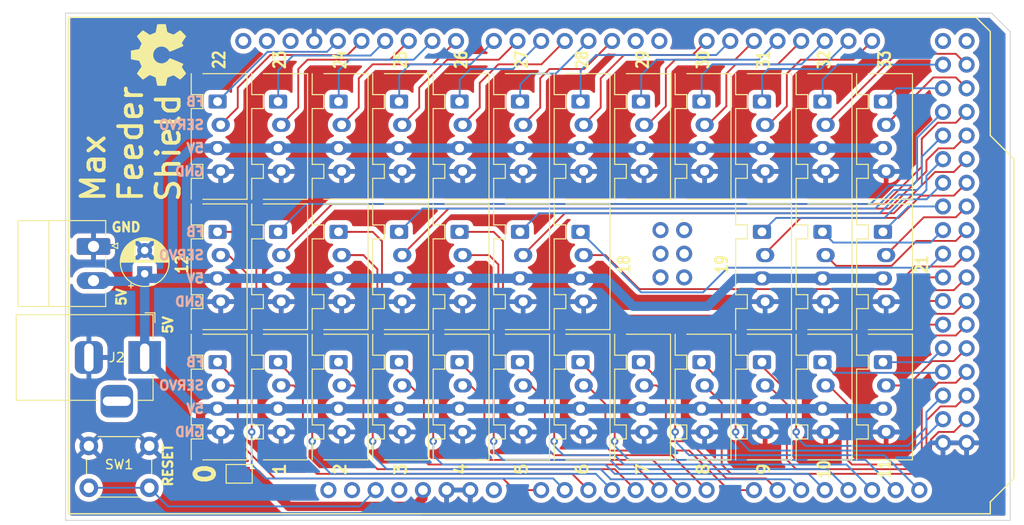
<source format=kicad_pcb>
(kicad_pcb (version 20221018) (generator pcbnew)
  (layers (0 "F.Cu" signal) (31 "B.Cu" signal) (34 "B.Paste" user) (35 "F.Paste" user) (36 "B.SilkS" user "B.Silkscreen") (37 "F.SilkS" user "F.Silkscreen") (38 "B.Mask" user) (39 "F.Mask" user) (44 "Edge.Cuts" user))
  (net 0 "")
  (net 1 "F0")
  (net 2 "S0")
  (net 3 "+5V")
  (net 4 "GND")
  (net 6 "RESET")
  (net 17 "VCC")
  (net 18 "F1")
  (net 19 "S1")
  (net 20 "F2")
  (net 21 "S2")
  (net 22 "F3")
  (net 23 "S3")
  (net 24 "F4")
  (net 25 "S4")
  (net 26 "F5")
  (net 27 "S5")
  (net 28 "F6")
  (net 29 "S6")
  (net 30 "F7")
  (net 31 "S7")
  (net 32 "F8")
  (net 33 "S8")
  (net 34 "F9")
  (net 35 "S9")
  (net 36 "F10")
  (net 37 "S10")
  (net 38 "F11")
  (net 39 "S11")
  (net 40 "F12")
  (net 41 "S12")
  (net 42 "F24")
  (net 43 "S24")
  (net 44 "F13")
  (net 45 "S13")
  (net 46 "F25")
  (net 47 "S25")
  (net 48 "F14")
  (net 49 "S14")
  (net 50 "F26")
  (net 51 "S26")
  (net 52 "F16")
  (net 53 "S16")
  (net 54 "F28")
  (net 55 "S28")
  (net 56 "F17")
  (net 57 "S17")
  (net 58 "F29")
  (net 59 "S29")
  (net 60 "F18")
  (net 61 "S18")
  (net 62 "F30")
  (net 63 "S30")
  (net 64 "F19")
  (net 65 "S19")
  (net 66 "F31")
  (net 67 "S31")
  (net 68 "F20")
  (net 69 "S20")
  (net 70 "F32")
  (net 71 "S32")
  (net 72 "F21")
  (net 73 "S21")
  (net 74 "F33")
  (net 75 "S33")
  (net 76 "F22")
  (net 77 "S22")
  (net 78 "F34")
  (net 79 "S34")
  (net 80 "F23")
  (net 81 "S23")
  (net 88 "S15")
  (net 89 "F15")
  (footprint "JST:JST_EH_B4B-EH-A_1x04_P2.50mm_Vertical_LOCKING" (layer "F.Cu") (at 148 78.5 -90)
    (fp_text reference "J34" hide)
    (fp_text value "Conn_01x04_Male")
  )
  (footprint "JST:JST_EH_B4B-EH-A_1x04_P2.50mm_Vertical_LOCKING" (layer "F.Cu") (at 128.5 50.5 -90)
    (fp_text reference "J8" hide)
    (fp_text value "Conn_01x04_Male")
  )
  (footprint "JST:JST_EH_B4B-EH-A_1x04_P2.50mm_Vertical_LOCKING" (layer "F.Cu") (at 89.5 78.5 -90)
    (fp_text reference "J25" hide)
    (fp_text value "Conn_01x04_Male")
  )
  (footprint "Connector_BarrelJack:BarrelJack_Horizontal" (layer "F.Cu") (at 81.5 78)
    (fp_text reference "J2")
    (fp_text value "Barrel_Jack_Switch")
  )
  (footprint "JST:JST_EH_B4B-EH-A_1x04_P2.50mm_Vertical_LOCKING" (layer "F.Cu") (at 109 78.5 -90)
    (fp_text reference "J28" hide)
    (fp_text value "Conn_01x04_Male")
  )
  (footprint "JST:JST_EH_B4B-EH-A_1x04_P2.50mm_Vertical_LOCKING" (layer "F.Cu") (at 154.5 78.5 -90)
    (fp_text reference "J35" hide)
    (fp_text value "Conn_01x04_Male")
  )
  (footprint "JST:JST_EH_B4B-EH-A_1x04_P2.50mm_Vertical_LOCKING" (layer "F.Cu") (at 96 50.5 -90)
    (fp_text reference "J3" hide)
    (fp_text value "Conn_01x04_Male")
  )
  (footprint "JST:JST_EH_B4B-EH-A_1x04_P2.50mm_Vertical_LOCKING" (layer "F.Cu") (at 89.5 50.5 -90)
    (fp_text reference "J1" hide)
    (fp_text value "Conn_01x04_Male")
  )
  (footprint "JST:JST_EH_B4B-EH-A_1x04_P2.50mm_Vertical_LOCKING" (layer "F.Cu") (at 96 78.5 -90)
    (fp_text reference "J26" hide)
    (fp_text value "Conn_01x04_Male")
  )
  (footprint "JST:JST_EH_B4B-EH-A_1x04_P2.50mm_Vertical_LOCKING" (layer "F.Cu") (at 128.5 64.5 -90)
    (fp_text reference "J20" hide)
    (fp_text value "Conn_01x04_Male")
  )
  (footprint "JST:JST_EH_B4B-EH-A_1x04_P2.50mm_Vertical_LOCKING" (layer "F.Cu") (at 148 50.5 -90)
    (fp_text reference "J11" hide)
    (fp_text value "Conn_01x04_Male")
  )
  (footprint "JST:JST_EH_B4B-EH-A_1x04_P2.50mm_Vertical_LOCKING" (layer "F.Cu") (at 161 50.5 -90)
    (fp_text reference "J13" hide)
    (fp_text value "Conn_01x04_Male")
  )
  (footprint "JST:JST_EH_B4B-EH-A_1x04_P2.50mm_Vertical_LOCKING" (layer "F.Cu") (at 135 78.5 -90)
    (fp_text reference "J32" hide)
    (fp_text value "Conn_01x04_Male")
  )
  (footprint "JST:JST_EH_B4B-EH-A_1x04_P2.50mm_Vertical_LOCKING" (layer "F.Cu") (at 115.5 78.5 -90)
    (fp_text reference "J29" hide)
    (fp_text value "Conn_01x04_Male")
  )
  (footprint "JST:JST_EH_B4B-EH-A_1x04_P2.50mm_Vertical_LOCKING" (layer "F.Cu") (at 122 64.5 -90)
    (fp_text reference "J19" hide)
    (fp_text value "Conn_01x04_Male")
  )
  (footprint "Button_Switch_THT:SW_PUSH_6mm" (layer "F.Cu") (at 82 92 180)
    (fp_text reference "SW1")
    (fp_text value "SW_Push_Dual")
  )
  (footprint "Symbol:OSHW-Symbol_6.7x6mm_SilkScreen" (layer "F.Cu") (at 83 45.5 90)
    (fp_text reference "REF**" hide)
    (fp_text value "OSHW-Symbol_6.7x6mm_SilkScreen" hide)
  )
  (footprint "JST:JST_EH_B4B-EH-A_1x04_P2.50mm_Vertical_LOCKING" (layer "F.Cu") (at 141.5 78.5 -90)
    (fp_text reference "J33" hide)
    (fp_text value "Conn_01x04_Male")
  )
  (footprint "JST:JST_EH_B4B-EH-A_1x04_P2.50mm_Vertical_LOCKING" (layer "F.Cu") (at 148 64.5 -90)
    (fp_text reference "J22" hide)
    (fp_text value "Conn_01x04_Male")
  )
  (footprint "JST:JST_EH_B4B-EH-A_1x04_P2.50mm_Vertical_LOCKING" (layer "F.Cu") (at 115.5 64.5 -90)
    (fp_text reference "J18" hide)
    (fp_text value "Conn_01x04_Male")
  )
  (footprint "JST:JST_EH_B4B-EH-A_1x04_P2.50mm_Vertical_LOCKING" (layer "F.Cu") (at 135 50.5 -90)
    (fp_text reference "J9" hide)
    (fp_text value "Conn_01x04_Male")
  )
  (footprint "JST:JST_EH_B4B-EH-A_1x04_P2.50mm_Vertical_LOCKING" (layer "F.Cu") (at 154.5 64.5 -90)
    (fp_text reference "J23" hide)
    (fp_text value "Conn_01x04_Male")
  )
  (footprint "JST:JST_EH_B4B-EH-A_1x04_P2.50mm_Vertical_LOCKING" (layer "F.Cu") (at 128.5 78.5 -90)
    (fp_text reference "J31" hide)
    (fp_text value "Conn_01x04_Male")
  )
  (footprint "Connector_Phoenix_MC:PhoenixContact_MC_1,5_2-G-3.81_1x02_P3.81mm_Horizontal" (layer "F.Cu") (at 76 66 -90)
    (fp_text reference "J37" hide)
    (fp_text value "Screw_Terminal_01x02")
  )
  (footprint "JST:JST_EH_B4B-EH-A_1x04_P2.50mm_Vertical_LOCKING" (layer "F.Cu") (at 161 78.5 -90)
    (fp_text reference "J36" hide)
    (fp_text value "Conn_01x04_Male")
  )
  (footprint "JST:JST_EH_B4B-EH-A_1x04_P2.50mm_Vertical_LOCKING" (layer "F.Cu") (at 115.5 50.5 -90)
    (fp_text reference "J6" hide)
    (fp_text value "Conn_01x04_Male")
  )
  (footprint "Arduino2:Arduino_Mega2560_Shield_NO_HOLES" (layer "F.Cu") (at 73.3 94.79)
    (fp_text reference "XA1" hide)
    (fp_text value "Arduino_Mega2560_Shield")
  )
  (footprint "JST:JST_EH_B4B-EH-A_1x04_P2.50mm_Vertical_LOCKING" (layer "F.Cu") (at 109 64.5 -90)
    (fp_text reference "J17" hide)
    (fp_text value "Conn_01x04_Male")
  )
  (footprint "JST:JST_EH_B4B-EH-A_1x04_P2.50mm_Vertical_LOCKING" (layer "F.Cu") (at 154.5 50.5 -90)
    (fp_text reference "J12" hide)
    (fp_text value "Conn_01x04_Male")
  )
  (footprint "JST:JST_EH_B4B-EH-A_1x04_P2.50mm_Vertical_LOCKING" (layer "F.Cu") (at 102.5 50.5 -90)
    (fp_text reference "J4" hide)
    (fp_text value "Conn_01x04_Male")
  )
  (footprint "JST:JST_EH_B4B-EH-A_1x04_P2.50mm_Vertical_LOCKING" (layer "F.Cu") (at 102.5 64.5 -90)
    (fp_text reference "J16" hide)
    (fp_text value "Conn_01x04_Male")
  )
  (footprint "JST:JST_EH_B4B-EH-A_1x04_P2.50mm_Vertical_LOCKING" (layer "F.Cu") (at 102.5 78.5 -90)
    (fp_text reference "J27" hide)
    (fp_text value "Conn_01x04_Male")
  )
  (footprint "JST:JST_EH_B4B-EH-A_1x04_P2.50mm_Vertical_LOCKING" (layer "F.Cu") (at 161 64.5 -90)
    (fp_text reference "J24" hide)
    (fp_text value "Conn_01x04_Male")
  )
  (footprint "JST:JST_EH_B4B-EH-A_1x04_P2.50mm_Vertical_LOCKING" (layer "F.Cu") (at 141.5 50.5 -90)
    (fp_text reference "J10" hide)
    (fp_text value "Conn_01x04_Male")
  )
  (footprint "JST:JST_EH_B4B-EH-A_1x04_P2.50mm_Vertical_LOCKING" (layer "F.Cu") (at 122 50.5 -90)
    (fp_text reference "J7" hide)
    (fp_text value "Conn_01x04_Male")
  )
  (footprint "Capacitor_THT:CP_Radial_D5.0mm_P2.50mm" (layer "F.Cu") (at 81.5 69 90)
    (fp_text reference "C1" hide)
    (fp_text value "10uf")
  )
  (footprint "JST:JST_EH_B4B-EH-A_1x04_P2.50mm_Vertical_LOCKING" (layer "F.Cu") (at 122 78.5 -90)
    (fp_text reference "J30" hide)
    (fp_text value "Conn_01x04_Male")
  )
  (footprint "JST:JST_EH_B4B-EH-A_1x04_P2.50mm_Vertical_LOCKING" (layer "F.Cu") (at 96 64.5 -90)
    (fp_text reference "J15" hide)
    (fp_text value "Conn_01x04_Male")
  )
  (footprint "JST:JST_EH_B4B-EH-A_1x04_P2.50mm_Vertical_LOCKING" (layer "F.Cu") (at 109 50.5 -90)
    (fp_text reference "J5" hide)
    (fp_text value "Conn_01x04_Male")
  )
  (footprint "JST:JST_EH_B4B-EH-A_1x04_P2.50mm_Vertical_LOCKING" (layer "F.Cu") (at 89.5 64.5 -90)
    (fp_text reference "J14" hide)
    (fp_text value "Conn_01x04_Male")
  )
  (footprint "Jumper:SolderJumper-2_P1.3mm_Open_Pad1.0x1.5mm" (layer "F.Cu") (at 91.65 90.5 180)
    (fp_text reference "JP1" hide)
    (fp_text value "SolderJumper_2_Open")
  )
  (gr_line (start 172.5 41) (end 73 41) (stroke (width 0.1)) (layer "Edge.Cuts"))
  (gr_line (start 73 41) (end 73 95.5) (stroke (width 0.1)) (layer "Edge.Cuts"))
  (gr_line (start 73 95.5) (end 174.5 95.5) (stroke (width 0.1)) (layer "Edge.Cuts"))
  (gr_line (start 174.5 43) (end 172.5 41) (stroke (width 0.1)) (layer "Edge.Cuts"))
  (gr_line (start 174.5 54) (end 174.5 43) (stroke (width 0.1)) (layer "Edge.Cuts"))
  (gr_line (start 174.5 95.5) (end 174.5 54) (stroke (width 0.1)) (layer "Edge.Cuts"))
  (gr_text "FB" (at 88 78.5) (layer "B.SilkS") (effects (font (size 1 1) (thickness 0.25)) (justify left mirror)))
  (gr_text "SERVO" (at 88 53) (layer "B.SilkS") (effects (font (size 1 1) (thickness 0.25)) (justify left mirror)))
  (gr_text "GND" (at 88 86) (layer "B.SilkS") (effects (font (size 1 1) (thickness 0.25)) (justify left mirror)))
  (gr_text "5V" (at 88 83.5) (layer "B.SilkS") (effects (font (size 1 1) (thickness 0.25)) (justify left mirror)))
  (gr_text "SERVO" (at 88 81) (layer "B.SilkS") (effects (font (size 1 1) (thickness 0.25)) (justify left mirror)))
  (gr_text "5V" (at 88 55.5) (layer "B.SilkS") (effects (font (size 1 1) (thickness 0.25)) (justify left mirror)))
  (gr_text "GND" (at 88 72) (layer "B.SilkS") (effects (font (size 1 1) (thickness 0.25)) (justify left mirror)))
  (gr_text "5V" (at 88 69.5) (layer "B.SilkS") (effects (font (size 1 1) (thickness 0.25)) (justify left mirror)))
  (gr_text "FB" (at 88 50.5) (layer "B.SilkS") (effects (font (size 1 1) (thickness 0.25)) (justify left mirror)))
  (gr_text "FB" (at 88 64.5) (layer "B.SilkS") (effects (font (size 1 1) (thickness 0.25)) (justify left mirror)))
  (gr_text "GND" (at 88 58) (layer "B.SilkS") (effects (font (size 1 1) (thickness 0.25)) (justify left mirror)))
  (gr_text "SERVO" (at 88 67) (layer "B.SilkS") (effects (font (size 1 1) (thickness 0.25)) (justify left mirror)))
  (gr_text "RESET" (at 84 92 90) (layer "F.SilkS") (effects (font (size 1 1) (thickness 0.25)) (justify left)))
  (gr_text "0" (at 88 90.5 90) (layer "F.SilkS") (effects (font (size 2 2) (thickness 0.5))))
  (gr_text "30" (at 141.5 46 90) (layer "F.SilkS") (effects (font (size 1.25 1) (thickness 0.25))))
  (gr_text "28" (at 128.5 46 90) (layer "F.SilkS") (effects (font (size 1.25 1) (thickness 0.25))))
  (gr_text "7" (at 135 90 90) (layer "F.SilkS") (effects (font (size 1.25 1.25) (thickness 0.25))))
  (gr_text "9" (at 148 90 90) (layer "F.SilkS") (effects (font (size 1.25 1.25) (thickness 0.25))))
  (gr_text "22" (at 89.5 46 90) (layer "F.SilkS") (effects (font (size 1.25 1) (thickness 0.25))))
  (gr_text "5V" (at 79 71.5 90) (layer "F.SilkS") (effects (font (size 1 1) (thickness 0.25))))
  (gr_text "26" (at 115.5 46 90) (layer "F.SilkS") (effects (font (size 1.25 1) (thickness 0.25))))
  (gr_text "GND" (at 79.5 64) (layer "F.SilkS") (effects (font (size 1 1) (thickness 0.25))))
  (gr_text "24" (at 102.5 46 90) (layer "F.SilkS") (effects (font (size 1.25 1) (thickness 0.25))))
  (gr_text "3" (at 109 90 90) (layer "F.SilkS") (effects (font (size 1.25 1.25) (thickness 0.25))))
  (gr_text "1" (at 96 90 90) (layer "F.SilkS") (effects (font (size 1.25 1.25) (thickness 0.25))))
  (gr_text "4" (at 115.5 90 90) (layer "F.SilkS") (effects (font (size 1.25 1.25) (thickness 0.25))))
  (gr_text "11" (at 161 90 90) (layer "F.SilkS") (effects (font (size 1.25 1) (thickness 0.25))))
  (gr_text "25" (at 109 46 90) (layer "F.SilkS") (effects (font (size 1.25 1) (thickness 0.25))))
  (gr_text "8" (at 141.5 90 90) (layer "F.SilkS") (effects (font (size 1.25 1.25) (thickness 0.25))))
  (gr_text "12" (at 85.5 68 90) (layer "F.SilkS") (effects (font (size 1.25 1) (thickness 0.25))))
  (gr_text "5V" (at 84 74.5 90) (layer "F.SilkS") (effects (font (size 1 1) (thickness 0.25))))
  (gr_text "31" (at 148 46 90) (layer "F.SilkS") (effects (font (size 1.25 1) (thickness 0.25))))
  (gr_text "21" (at 165 68 90) (layer "F.SilkS") (effects (font (size 1.25 1) (thickness 0.25))))
  (gr_text "10" (at 154.5 90 90) (layer "F.SilkS") (effects (font (size 1.25 1) (thickness 0.25))))
  (gr_text "6" (at 128.5 90 90) (layer "F.SilkS") (effects (font (size 1.25 1.25) (thickness 0.25))))
  (gr_text "19" (at 143.5 68 90) (layer "F.SilkS") (effects (font (size 1.25 1) (thickness 0.25))))
  (gr_text "27" (at 122 46 90) (layer "F.SilkS") (effects (font (size 1.25 1) (thickness 0.25))))
  (gr_text "2" (at 102.5 90 90) (layer "F.SilkS") (effects (font (size 1.25 1.25) (thickness 0.25))))
  (gr_text "29" (at 135 46 90) (layer "F.SilkS") (effects (font (size 1.25 1) (thickness 0.25))))
  (gr_text "5" (at 122 90 90) (layer "F.SilkS") (effects (font (size 1.25 1.25) (thickness 0.25))))
  (gr_text "33" (at 161 46 90) (layer "F.SilkS") (effects (font (size 1.25 1) (thickness 0.25))))
  (gr_text "Max\nFeeder\nShield" (at 80 61.5 90) (layer "F.SilkS") (effects (font (size 2.5 2.5) (thickness 0.4)) (justify left)))
  (gr_text "18" (at 133 68 90) (layer "F.SilkS") (effects (font (size 1.25 1) (thickness 0.25))))
  (gr_text "32" (at 154.5 46 90) (layer "F.SilkS") (effects (font (size 1.25 1) (thickness 0.25))))
  (gr_text "23" (at 96 46 90) (layer "F.SilkS") (effects (font (size 1.25 1) (thickness 0.25))))
  (segment (start 101.092889 45.153111) (end 102.256 43.99) (width 0.2) (layer "B.Cu") (net 1))
  (segment (start 89.33 50.5) (end 89.35 50.5) (width 0.2) (layer "B.Cu") (net 1))
  (segment (start 89.35 50.5) (end 94.696889 45.153111) (width 0.2) (layer "B.Cu") (net 1))
  (segment (start 94.696889 45.153111) (end 101.092889 45.153111) (width 0.2) (layer "B.Cu") (net 1))
  (segment (start 90.075 52.575) (end 89.65 53) (width 0.2) (layer "F.Cu") (net 2))
  (segment (start 89.67 53) (end 89.67 52.98) (width 0.2) (layer "F.Cu") (net 2))
  (segment (start 103.286 45.5) (end 95 45.5) (width 0.2) (layer "F.Cu") (net 2))
  (segment (start 95 45.5) (end 91.5 49) (width 0.2) (layer "F.Cu") (net 2))
  (segment (start 89.67 52.98) (end 90.075 52.575) (width 0.2) (layer "F.Cu") (net 2))
  (segment (start 91.5 49) (end 91.5 51.15) (width 0.2) (layer "F.Cu") (net 2))
  (segment (start 104.796 43.99) (end 103.286 45.5) (width 0.2) (layer "F.Cu") (net 2))
  (segment (start 91.5 51.15) (end 90.075 52.575) (width 0.2) (layer "F.Cu") (net 2))
  (segment (start 89.35 83.5) (end 88 83.5) (width 1) (layer "F.Cu") (net 3))
  (segment (start 89 90.5) (end 91 90.5) (width 1) (layer "F.Cu") (net 3))
  (segment (start 87.5 84) (end 87.5 89) (width 1) (layer "F.Cu") (net 3))
  (segment (start 87.5 89) (end 89 90.5) (width 1) (layer "F.Cu") (net 3))
  (segment (start 88 83.5) (end 87.5 84) (width 1) (layer "F.Cu") (net 3))
  (segment (start 84.5 57.5) (end 84.5 69.5) (width 1) (layer "B.Cu") (net 3))
  (segment (start 131 69.5) (end 84.5 69.5) (width 1) (layer "B.Cu") (net 3))
  (segment (start 121.83 55.5) (end 121.85 55.5) (width 1) (layer "B.Cu") (net 3))
  (segment (start 128.35 55.5) (end 134.85 55.5) (width 1) (layer "B.Cu") (net 3))
  (segment (start 141.33 55.5) (end 141 55.5) (width 1) (layer "B.Cu") (net 3))
  (segment (start 108.85 55.5) (end 115.35 55.5) (width 1) (layer "B.Cu") (net 3))
  (segment (start 142 72.5) (end 134 72.5) (width 1) (layer "B.Cu") (net 3))
  (segment (start 95.85 83.5) (end 99.5 83.5) (width 1) (layer "B.Cu") (net 3))
  (segment (start 95.85 55.5) (end 102.35 55.5) (width 1) (layer "B.Cu") (net 3))
  (segment (start 134.85 55.5) (end 141 55.5) (width 1) (layer "B.Cu") (net 3))
  (segment (start 154.33 55.5) (end 154.35 55.5) (width 1) (layer "B.Cu") (net 3))
  (segment (start 99.5 83.5) (end 102.35 83.5) (width 1) (layer "B.Cu") (net 3))
  (segment (start 154.35 83.5) (end 160.85 83.5) (width 1) (layer "B.Cu") (net 3))
  (segment (start 141 55.5) (end 141.35 55.5) (width 1) (layer "B.Cu") (net 3))
  (segment (start 134 72.5) (end 131 69.5) (width 1) (layer "B.Cu") (net 3))
  (segment (start 134.85 83.5) (end 141.35 83.5) (width 1) (layer "B.Cu") (net 3))
  (segment (start 76 69.81) (end 80.69 69.81) (width 1) (layer "B.Cu") (net 3))
  (segment (start 134.83 55.5) (end 134.85 55.5) (width 1) (layer "B.Cu") (net 3))
  (segment (start 108.83 55.5) (end 108.85 55.5) (width 1) (layer "B.Cu") (net 3))
  (segment (start 147.83 55.5) (end 147.85 55.5) (width 1) (layer "B.Cu") (net 3))
  (segment (start 115.33 55.5) (end 115.35 55.5) (width 1) (layer "B.Cu") (net 3))
  (segment (start 128.35 83.5) (end 134.85 83.5) (width 1) (layer "B.Cu") (net 3))
  (segment (start 86.5 55.5) (end 84.5 57.5) (width 1) (layer "B.Cu") (net 3))
  (segment (start 89.35 55.5) (end 86.5 55.5) (width 1) (layer "B.Cu") (net 3))
  (segment (start 121.85 83.5) (end 128.35 83.5) (width 1) (layer "B.Cu") (net 3))
  (segment (start 115.35 83.5) (end 121.85 83.5) (width 1) (layer "B.Cu") (net 3))
  (segment (start 80.69 69.81) (end 81.5 69) (width 1) (layer "B.Cu") (net 3))
  (segment (start 141.35 55.5) (end 147.85 55.5) (width 1) (layer "B.Cu") (net 3))
  (segment (start 128.33 55.5) (end 128.35 55.5) (width 1) (layer "B.Cu") (net 3))
  (segment (start 102.35 83.5) (end 108.85 83.5) (width 1) (layer "B.Cu") (net 3))
  (segment (start 145 69.5) (end 142 72.5) (width 1) (layer "B.Cu") (net 3))
  (segment (start 84.5 69.5) (end 82 69.5) (width 1) (layer "B.Cu") (net 3))
  (segment (start 89.35 55.5) (end 95.85 55.5) (width 1) (layer "B.Cu") (net 3))
  (segment (start 141.35 83.5) (end 147.85 83.5) (width 1) (layer "B.Cu") (net 3))
  (segment (start 89.33 55.5) (end 89.35 55.5) (width 1) (layer "B.Cu") (net 3))
  (segment (start 89.35 83.5) (end 93.5 83.5) (width 1) (layer "B.Cu") (net 3))
  (segment (start 147.85 55.5) (end 154.35 55.5) (width 1) (layer "B.Cu") (net 3))
  (segment (start 93.5 83.5) (end 95.85 83.5) (width 1) (layer "B.Cu") (net 3))
  (segment (start 121.85 55.5) (end 128.35 55.5) (width 1) (layer "B.Cu") (net 3))
  (segment (start 87 83.5) (end 81.5 78) (width 1) (layer "B.Cu") (net 3))
  (segment (start 147.85 83.5) (end 154.35 83.5) (width 1) (layer "B.Cu") (net 3))
  (segment (start 115.35 55.5) (end 121.85 55.5) (width 1) (layer "B.Cu") (net 3))
  (segment (start 102.33 55.5) (end 102.35 55.5) (width 1) (layer "B.Cu") (net 3))
  (segment (start 89.35 83.5) (end 87 83.5) (width 1) (layer "B.Cu") (net 3))
  (segment (start 82 69.5) (end 81.5 69) (width 1) (layer "B.Cu") (net 3))
  (segment (start 108.85 83.5) (end 115.35 83.5) (width 1) (layer "B.Cu") (net 3))
  (segment (start 160.83 69.5) (end 145 69.5) (width 1) (layer "B.Cu") (net 3))
  (segment (start 95.83 55.5) (end 95.85 55.5) (width 1) (layer "B.Cu") (net 3))
  (segment (start 81.5 78) (end 81.5 69) (width 1) (layer "B.Cu") (net 3))
  (segment (start 160.83 55.5) (end 154.35 55.5) (width 1) (layer "B.Cu") (net 3))
  (segment (start 102.35 55.5) (end 108.85 55.5) (width 1) (layer "B.Cu") (net 3))
  (segment (start 106.32 92.25) (end 104.57 94) (width 0.2) (layer "B.Cu") (net 6))
  (segment (start 104.57 94) (end 84 94) (width 0.2) (layer "B.Cu") (net 6))
  (segment (start 75.5 92) (end 82 92) (width 0.2) (layer "B.Cu") (net 6))
  (segment (start 84 94) (end 82 92) (width 0.2) (layer "B.Cu") (net 6))
  (segment (start 111.4 93.1) (end 111.4 92.25) (width 1) (layer "F.Cu") (net 17))
  (segment (start 92.3 90.5) (end 93.5 90.5) (width 1) (layer "F.Cu") (net 17))
  (segment (start 97 94) (end 110.5 94) (width 1) (layer "F.Cu") (net 17))
  (segment (start 93.5 90.5) (end 97 94) (width 1) (layer "F.Cu") (net 17))
  (segment (start 110.5 94) (end 111.4 93.1) (width 1) (layer "F.Cu") (net 17))
  (segment (start 95.83 50.5) (end 95.83 50.37) (width 0.2) (layer "B.Cu") (net 18))
  (segment (start 97.44737 45.55263) (end 95.85 47.15) (width 0.2) (layer "B.Cu") (net 18))
  (segment (start 95.83 50.37) (end 95.85 50.35) (width 0.2) (layer "B.Cu") (net 18))
  (segment (start 95.85 50.35) (end 95.85 50.5) (width 0.2) (layer "B.Cu") (net 18))
  (segment (start 107.336 43.99) (end 105.77337 45.55263) (width 0.2) (layer "B.Cu") (net 18))
  (segment (start 105.77337 45.55263) (end 97.44737 45.55263) (width 0.2) (layer "B.Cu") (net 18))
  (segment (start 95.85 47.15) (end 95.85 50.35) (width 0.2) (layer "B.Cu") (net 18))
  (segment (start 109.876 43.99) (end 107.866 46) (width 0.2) (layer "F.Cu") (net 19))
  (segment (start 96.17 52.98) (end 97.075 52.075) (width 0.2) (layer "F.Cu") (net 19))
  (segment (start 99 46) (end 98 47) (width 0.2) (layer "F.Cu") (net 19))
  (segment (start 96.17 53) (end 96.17 52.98) (width 0.2) (layer "F.Cu") (net 19))
  (segment (start 98 47) (end 98 51.15) (width 0.2) (layer "F.Cu") (net 19))
  (segment (start 97.075 52.075) (end 96.15 53) (width 0.2) (layer "F.Cu") (net 19))
  (segment (start 98 51.15) (end 97.075 52.075) (width 0.2) (layer "F.Cu") (net 19))
  (segment (start 107.866 46) (end 99 46) (width 0.2) (layer "F.Cu") (net 19))
  (segment (start 103.5 46) (end 102.35 47.15) (width 0.2) (layer "B.Cu") (net 20))
  (segment (start 102.33 50.5) (end 102.33 50.17) (width 0.2) (layer "B.Cu") (net 20))
  (segment (start 102.33 50.17) (end 102.35 50.15) (width 0.2) (layer "B.Cu") (net 20))
  (segment (start 110.406 46) (end 103.5 46) (width 0.2) (layer "B.Cu") (net 20))
  (segment (start 102.35 47.15) (end 102.35 50.15) (width 0.2) (layer "B.Cu") (net 20))
  (segment (start 102.35 50.15) (end 102.35 50.5) (width 0.2) (layer "B.Cu") (net 20))
  (segment (start 112.416 43.99) (end 110.406 46) (width 0.2) (layer "B.Cu") (net 20))
  (segment (start 104.5 51.15) (end 103.575 52.075) (width 0.2) (layer "F.Cu") (net 21))
  (segment (start 114.956 43.99) (end 112.446 46.5) (width 0.2) (layer "F.Cu") (net 21))
  (segment (start 104.5 48) (end 104.5 51.15) (width 0.2) (layer "F.Cu") (net 21))
  (segment (start 106 46.5) (end 104.5 48) (width 0.2) (layer "F.Cu") (net 21))
  (segment (start 112.446 46.5) (end 106 46.5) (width 0.2) (layer "F.Cu") (net 21))
  (segment (start 102.67 53) (end 102.67 52.98) (width 0.2) (layer "F.Cu") (net 21))
  (segment (start 103.575 52.075) (end 102.65 53) (width 0.2) (layer "F.Cu") (net 21))
  (segment (start 102.67 52.98) (end 103.575 52.075) (width 0.2) (layer "F.Cu") (net 21))
  (segment (start 116.51 46.5) (end 110 46.5) (width 0.2) (layer "B.Cu") (net 22))
  (segment (start 108.83 50.17) (end 108.85 50.15) (width 0.2) (layer "B.Cu") (net 22))
  (segment (start 108.83 50.5) (end 108.83 50.17) (width 0.2) (layer "B.Cu") (net 22))
  (segment (start 108.85 47.65) (end 108.85 50.15) (width 0.2) (layer "B.Cu") (net 22))
  (segment (start 119.02 43.99) (end 116.51 46.5) (width 0.2) (layer "B.Cu") (net 22))
  (segment (start 110 46.5) (end 108.85 47.65) (width 0.2) (layer "B.Cu") (net 22))
  (segment (start 108.85 50.15) (end 108.85 50.5) (width 0.2) (layer "B.Cu") (net 22))
  (segment (start 111 51.15) (end 109.575 52.575) (width 0.2) (layer "F.Cu") (net 23))
  (segment (start 114 46) (end 111 49) (width 0.2) (layer "F.Cu") (net 23))
  (segment (start 121.56 43.99) (end 119.55 46) (width 0.2) (layer "F.Cu") (net 23))
  (segment (start 109.17 52.98) (end 109.575 52.575) (width 0.2) (layer "F.Cu") (net 23))
  (segment (start 119.55 46) (end 114 46) (width 0.2) (layer "F.Cu") (net 23))
  (segment (start 109.17 53) (end 109.17 52.98) (width 0.2) (layer "F.Cu") (net 23))
  (segment (start 111 49) (end 111 51.15) (width 0.2) (layer "F.Cu") (net 23))
  (segment (start 109.575 52.575) (end 109.15 53) (width 0.2) (layer "F.Cu") (net 23))
  (segment (start 124.1 43.99) (end 121.09 47) (width 0.2) (layer "B.Cu") (net 24))
  (segment (start 115.35 48.15) (end 115.35 50.15) (width 0.2) (layer "B.Cu") (net 24))
  (segment (start 121.09 47) (end 116.5 47) (width 0.2) (layer "B.Cu") (net 24))
  (segment (start 115.33 50.5) (end 115.33 50.17) (width 0.2) (layer "B.Cu") (net 24))
  (segment (start 115.35 50.15) (end 115.35 50.5) (width 0.2) (layer "B.Cu") (net 24))
  (segment (start 116.5 47) (end 115.35 48.15) (width 0.2) (layer "B.Cu") (net 24))
  (segment (start 115.33 50.17) (end 115.35 50.15) (width 0.2) (layer "B.Cu") (net 24))
  (segment (start 117.5 51.15) (end 116.825 51.825) (width 0.2) (layer "F.Cu") (net 25))
  (segment (start 119.5 46.5) (end 117.5 48.5) (width 0.2) (layer "F.Cu") (net 25))
  (segment (start 117.5 48.5) (end 117.5 51.15) (width 0.2) (layer "F.Cu") (net 25))
  (segment (start 115.67 52.98) (end 116.825 51.825) (width 0.2) (layer "F.Cu") (net 25))
  (segment (start 116.825 51.825) (end 115.65 53) (width 0.2) (layer "F.Cu") (net 25))
  (segment (start 126.64 43.99) (end 124.13 46.5) (width 0.2) (layer "F.Cu") (net 25))
  (segment (start 115.67 53) (end 115.67 52.98) (width 0.2) (layer "F.Cu") (net 25))
  (segment (start 124.13 46.5) (end 119.5 46.5) (width 0.2) (layer "F.Cu") (net 25))
  (segment (start 123 47.5) (end 121.85 48.65) (width 0.2) (layer "B.Cu") (net 26))
  (segment (start 129.18 43.99) (end 125.67 47.5) (width 0.2) (layer "B.Cu") (net 26))
  (segment (start 121.85 48.65) (end 121.85 50.15) (width 0.2) (layer "B.Cu") (net 26))
  (segment (start 121.83 50.5) (end 121.83 50.17) (width 0.2) (layer "B.Cu") (net 26))
  (segment (start 125.67 47.5) (end 123 47.5) (width 0.2) (layer "B.Cu") (net 26))
  (segment (start 121.85 50.15) (end 121.85 50.5) (width 0.2) (layer "B.Cu") (net 26))
  (segment (start 121.83 50.17) (end 121.85 50.15) (width 0.2) (layer "B.Cu") (net 26))
  (segment (start 125 47) (end 124 48) (width 0.2) (layer "F.Cu") (net 27))
  (segment (start 124 51.15) (end 123.075 52.075) (width 0.2) (layer "F.Cu") (net 27))
  (segment (start 122.17 52.98) (end 123.075 52.075) (width 0.2) (layer "F.Cu") (net 27))
  (segment (start 128.71 47) (end 125 47) (width 0.2) (layer "F.Cu") (net 27))
  (segment (start 122.17 53) (end 122.17 52.98) (width 0.2) (layer "F.Cu") (net 27))
  (segment (start 124 48) (end 124 51.15) (width 0.2) (layer "F.Cu") (net 27))
  (segment (start 131.72 43.99) (end 128.71 47) (width 0.2) (layer "F.Cu") (net 27))
  (segment (start 123.075 52.075) (end 122.15 53) (width 0.2) (layer "F.Cu") (net 27))
  (segment (start 144.42 43.99) (end 142.91 45.5) (width 0.2) (layer "B.Cu") (net 28))
  (segment (start 128.35 47.15) (end 128.35 50.15) (width 0.2) (layer "B.Cu") (net 28))
  (segment (start 128.35 50.15) (end 128.35 50.5) (width 0.2) (layer "B.Cu") (net 28))
  (segment (start 128.33 50.17) (end 128.35 50.15) (width 0.2) (layer "B.Cu") (net 28))
  (segment (start 128.33 50.5) (end 128.33 50.17) (width 0.2) (layer "B.Cu") (net 28))
  (segment (start 130 45.5) (end 128.35 47.15) (width 0.2) (layer "B.Cu") (net 28))
  (segment (start 142.91 45.5) (end 130 45.5) (width 0.2) (layer "B.Cu") (net 28))
  (segment (start 130.5 48) (end 130.5 51.15) (width 0.2) (layer "F.Cu") (net 29))
  (segment (start 129.075 52.575) (end 128.65 53) (width 0.2) (layer "F.Cu") (net 29))
  (segment (start 130.5 51.15) (end 129.075 52.575) (width 0.2) (layer "F.Cu") (net 29))
  (segment (start 141.88 43.99) (end 140.37 45.5) (width 0.2) (layer "F.Cu") (net 29))
  (segment (start 128.67 52.98) (end 129.075 52.575) (width 0.2) (layer "F.Cu") (net 29))
  (segment (start 133 45.5) (end 130.5 48) (width 0.2) (layer "F.Cu") (net 29))
  (segment (start 128.67 53) (end 128.67 52.98) (width 0.2) (layer "F.Cu") (net 29))
  (segment (start 140.37 45.5) (end 133 45.5) (width 0.2) (layer "F.Cu") (net 29))
  (segment (start 136.5 46) (end 134.85 47.65) (width 0.2) (layer "B.Cu") (net 30))
  (segment (start 134.85 49.85) (end 134.85 50.5) (width 0.2) (layer "B.Cu") (net 30))
  (segment (start 149.5 43.99) (end 147.49 46) (width 0.2) (layer "B.Cu") (net 30))
  (segment (start 134.83 50.5) (end 134.83 49.87) (width 0.2) (layer "B.Cu") (net 30))
  (segment (start 134.83 49.87) (end 134.85 49.85) (width 0.2) (layer "B.Cu") (net 30))
  (segment (start 147.49 46) (end 136.5 46) (width 0.2) (layer "B.Cu") (net 30))
  (segment (start 134.85 47.65) (end 134.85 49.85) (width 0.2) (layer "B.Cu") (net 30))
  (segment (start 137.5 51) (end 137.5 47) (width 0.2) (layer "F.Cu") (net 31))
  (segment (start 135.5 53) (end 137.5 51) (width 0.2) (layer "F.Cu") (net 31))
  (segment (start 137.5 47) (end 138.5 46) (width 0.2) (layer "F.Cu") (net 31))
  (segment (start 144.95 46) (end 146.96 43.99) (width 0.2) (layer "F.Cu") (net 31))
  (segment (start 135.5 53) (end 135.15 53) (width 0.2) (layer "F.Cu") (net 31))
  (segment (start 138.5 46) (end 144.95 46) (width 0.2) (layer "F.Cu") (net 31))
  (segment (start 135.17 53) (end 135.5 53) (width 0.2) (layer "F.Cu") (net 31))
  (segment (start 141.33 49.87) (end 141.35 49.85) (width 0.2) (layer "B.Cu") (net 32))
  (segment (start 154.58 43.99) (end 152.07 46.5) (width 0.2) (layer "B.Cu") (net 32))
  (segment (start 141.35 49.85) (end 141.35 50.5) (width 0.2) (layer "B.Cu") (net 32))
  (segment (start 142.5 46.5) (end 141.35 47.65) (width 0.2) (layer "B.Cu") (net 32))
  (segment (start 141.35 47.65) (end 141.35 49.85) (width 0.2) (layer "B.Cu") (net 32))
  (segment (start 141.33 50.5) (end 141.33 49.87) (width 0.2) (layer "B.Cu") (net 32))
  (segment (start 152.07 46.5) (end 142.5 46.5) (width 0.2) (layer "B.Cu") (net 32))
  (segment (start 142 53) (end 141.65 53) (width 0.2) (layer "F.Cu") (net 33))
  (segment (start 144 47.5) (end 145 46.5) (width 0.2) (layer "F.Cu") (net 33))
  (segment (start 149.53 46.5) (end 152.04 43.99) (width 0.2) (layer "F.Cu") (net 33))
  (segment (start 142 53) (end 144 51) (width 0.2) (layer "F.Cu") (net 33))
  (segment (start 145 46.5) (end 149.53 46.5) (width 0.2) (layer "F.Cu") (net 33))
  (segment (start 141.67 53) (end 142 53) (width 0.2) (layer "F.Cu") (net 33))
  (segment (start 144 51) (end 144 47.5) (width 0.2) (layer "F.Cu") (net 33))
  (segment (start 147.83 50.5) (end 147.83 50.17) (width 0.2) (layer "B.Cu") (net 34))
  (segment (start 147.85 47.65) (end 147.85 50.15) (width 0.2) (layer "B.Cu") (net 34))
  (segment (start 154.11 47) (end 148.5 47) (width 0.2) (layer "B.Cu") (net 34))
  (segment (start 147.85 50.15) (end 147.85 50.5) (width 0.2) (layer "B.Cu") (net 34))
  (segment (start 148.5 47) (end 147.85 47.65) (width 0.2) (layer "B.Cu") (net 34))
  (segment (start 157.12 43.99) (end 154.11 47) (width 0.2) (layer "B.Cu") (net 34))
  (segment (start 147.83 50.17) (end 147.85 50.15) (width 0.2) (layer "B.Cu") (net 34))
  (segment (start 148.5 53) (end 150.5 51) (width 0.2) (layer "F.Cu") (net 35))
  (segment (start 150.5 47.5) (end 152 46) (width 0.2) (layer "F.Cu") (net 35))
  (segment (start 148.5 53) (end 148.15 53) (width 0.2) (layer "F.Cu") (net 35))
  (segment (start 148.17 53) (end 148.5 53) (width 0.2) (layer "F.Cu") (net 35))
  (segment (start 152 46) (end 157.65 46) (width 0.2) (layer "F.Cu") (net 35))
  (segment (start 150.5 51) (end 150.5 47.5) (width 0.2) (layer "F.Cu") (net 35))
  (segment (start 157.65 46) (end 159.66 43.99) (width 0.2) (layer "F.Cu") (net 35))
  (segment (start 167.28 46.53) (end 155.97 46.53) (width 0.2) (layer "B.Cu") (net 36))
  (segment (start 154.35 48.15) (end 154.35 50.15) (width 0.2) (layer "B.Cu") (net 36))
  (segment (start 154.33 50.17) (end 154.35 50.15) (width 0.2) (layer "B.Cu") (net 36))
  (segment (start 154.35 50.15) (end 154.35 50.5) (width 0.2) (layer "B.Cu") (net 36))
  (segment (start 155.97 46.53) (end 154.35 48.15) (width 0.2) (layer "B.Cu") (net 36))
  (segment (start 154.33 50.5) (end 154.33 50.17) (width 0.2) (layer "B.Cu") (net 36))
  (segment (start 154.67 52.98) (end 155.575 52.075) (width 0.2) (layer "F.Cu") (net 37))
  (segment (start 155.575 52.075) (end 154.65 53) (width 0.2) (layer "F.Cu") (net 37))
  (segment (start 154.67 53) (end 154.67 52.98) (width 0.2) (layer "F.Cu") (net 37))
  (segment (start 168.656889 45.366889) (end 162.283111 45.366889) (width 0.2) (layer "F.Cu") (net 37))
  (segment (start 169.82 46.53) (end 168.656889 45.366889) (width 0.2) (layer "F.Cu") (net 37))
  (segment (start 162.283111 45.366889) (end 155.575 52.075) (width 0.2) (layer "F.Cu") (net 37))
  (segment (start 160.83 50.5) (end 160.85 50.5) (width 0.2) (layer "B.Cu") (net 38))
  (segment (start 162.28 49.07) (end 167.28 49.07) (width 0.2) (layer "B.Cu") (net 38))
  (segment (start 160.85 50.5) (end 162.28 49.07) (width 0.2) (layer "B.Cu") (net 38))
  (segment (start 161.17 52.98) (end 162.075 52.075) (width 0.2) (layer "F.Cu") (net 39))
  (segment (start 169.82 49.07) (end 168.656889 47.906889) (width 0.2) (layer "F.Cu") (net 39))
  (segment (start 166.243111 47.906889) (end 162.075 52.075) (width 0.2) (layer "F.Cu") (net 39))
  (segment (start 168.656889 47.906889) (end 166.243111 47.906889) (width 0.2) (layer "F.Cu") (net 39))
  (segment (start 162.075 52.075) (end 161.15 53) (width 0.2) (layer "F.Cu") (net 39))
  (segment (start 161.17 53) (end 161.17 52.98) (width 0.2) (layer "F.Cu") (net 39))
  (segment (start 165.53 74.47) (end 167.28 74.47) (width 0.2) (layer "F.Cu") (net 40))
  (segment (start 89.33 64.5) (end 92.5 64.5) (width 0.2) (layer "F.Cu") (net 40))
  (segment (start 164.5 75.5) (end 165.53 74.47) (width 0.2) (layer "F.Cu") (net 40))
  (segment (start 93.5 74) (end 95 75.5) (width 0.2) (layer "F.Cu") (net 40))
  (segment (start 92.5 64.5) (end 93.5 65.5) (width 0.2) (layer "F.Cu") (net 40))
  (segment (start 95 75.5) (end 164.5 75.5) (width 0.2) (layer "F.Cu") (net 40))
  (segment (start 93.5 65.5) (end 93.5 74) (width 0.2) (layer "F.Cu") (net 40))
  (segment (start 90 67) (end 89.65 67) (width 0.2) (layer "F.Cu") (net 41))
  (segment (start 169.82 74.47) (end 168.656889 75.633111) (width 0.2) (layer "F.Cu") (net 41))
  (segment (start 89.67 67) (end 90 67) (width 0.2) (layer "F.Cu") (net 41))
  (segment (start 92.5 69) (end 90.5 67) (width 0.2) (layer "F.Cu") (net 41))
  (segment (start 90.5 67) (end 90 67) (width 0.2) (layer "F.Cu") (net 41))
  (segment (start 92.5 74) (end 92.5 69) (width 0.2) (layer "F.Cu") (net 41))
  (segment (start 94.5 76) (end 92.5 74) (width 0.2) (layer "F.Cu") (net 41))
  (segment (start 165.366889 75.633111) (end 165 76) (width 0.2) (layer "F.Cu") (net 41))
  (segment (start 168.656889 75.633111) (end 165.366889 75.633111) (width 0.2) (layer "F.Cu") (net 41))
  (segment (start 165 76) (end 94.5 76) (width 0.2) (layer "F.Cu") (net 41))
  (segment (start 98.85 61.5) (end 159.5 61.5) (width 0.2) (layer "B.Cu") (net 42))
  (segment (start 159.5 61.5) (end 161.5 59.5) (width 0.2) (layer "B.Cu") (net 42))
  (segment (start 164.5 54.39) (end 167.28 51.61) (width 0.2) (layer "B.Cu") (net 42))
  (segment (start 95.85 64.5) (end 98.85 61.5) (width 0.2) (layer "B.Cu") (net 42))
  (segment (start 164.5 59) (end 164.5 54.39) (width 0.2) (layer "B.Cu") (net 42))
  (segment (start 161.5 59.5) (end 164 59.5) (width 0.2) (layer "B.Cu") (net 42))
  (segment (start 164 59.5) (end 164.5 59) (width 0.2) (layer "B.Cu") (net 42))
  (segment (start 165 54.5) (end 165 57.5) (width 0.2) (layer "F.Cu") (net 43))
  (segment (start 165 57.5) (end 161 61.5) (width 0.2) (layer "F.Cu") (net 43))
  (segment (start 169.82 51.61) (end 168.656889 52.773111) (width 0.2) (layer "F.Cu") (net 43))
  (segment (start 166.726889 52.773111) (end 165 54.5) (width 0.2) (layer "F.Cu") (net 43))
  (segment (start 96.17 66.98) (end 96.825 66.325) (width 0.2) (layer "F.Cu") (net 43))
  (segment (start 96.17 67) (end 96.17 66.98) (width 0.2) (layer "F.Cu") (net 43))
  (segment (start 96.825 66.325) (end 96.15 67) (width 0.2) (layer "F.Cu") (net 43))
  (segment (start 168.656889 52.773111) (end 166.726889 52.773111) (width 0.2) (layer "F.Cu") (net 43))
  (segment (start 101.65 61.5) (end 96.825 66.325) (width 0.2) (layer "F.Cu") (net 43))
  (segment (start 161 61.5) (end 101.65 61.5) (width 0.2) (layer "F.Cu") (net 43))
  (segment (start 163 74.5) (end 164 73.5) (width 0.2) (layer "F.Cu") (net 44))
  (segment (start 107 72.5) (end 109 74.5) (width 0.2) (layer "F.Cu") (net 44))
  (segment (start 164 73.5) (end 164 72.5) (width 0.2) (layer "F.Cu") (net 44))
  (segment (start 102.35 64.5) (end 103.5 64.5) (width 0.2) (layer "F.Cu") (net 44))
  (segment (start 106 64.5) (end 107 65.5) (width 0.2) (layer "F.Cu") (net 44))
  (segment (start 109 74.5) (end 163 74.5) (width 0.2) (layer "F.Cu") (net 44))
  (segment (start 107 65.5) (end 107 72) (width 0.2) (layer "F.Cu") (net 44))
  (segment (start 107 72) (end 107 72.5) (width 0.2) (layer "F.Cu") (net 44))
  (segment (start 102.33 64.5) (end 103.5 64.5) (width 0.2) (layer "F.Cu") (net 44))
  (segment (start 103.5 64.5) (end 106 64.5) (width 0.2) (layer "F.Cu") (net 44))
  (segment (start 164.57 71.93) (end 164 72.5) (width 0.2) (layer "F.Cu") (net 44))
  (segment (start 167.28 71.93) (end 164.57 71.93) (width 0.2) (layer "F.Cu") (net 44))
  (segment (start 163.5 75) (end 165.193111 73.306889) (width 0.2) (layer "F.Cu") (net 45))
  (segment (start 105 67) (end 106.5 68.5) (width 0.2) (layer "F.Cu") (net 45))
  (segment (start 168.443111 73.306889) (end 169.82 71.93) (width 0.2) (layer "F.Cu") (net 45))
  (segment (start 106.5 73) (end 108.5 75) (width 0.2) (layer "F.Cu") (net 45))
  (segment (start 102.65 67) (end 105 67) (width 0.2) (layer "F.Cu") (net 45))
  (segment (start 102.67 67) (end 105 67) (width 0.2) (layer "F.Cu") (net 45))
  (segment (start 108.5 75) (end 163.5 75) (width 0.2) (layer "F.Cu") (net 45))
  (segment (start 165.193111 73.306889) (end 168.443111 73.306889) (width 0.2) (layer "F.Cu") (net 45))
  (segment (start 106.5 68.5) (end 106.5 73) (width 0.2) (layer "F.Cu") (net 45))
  (segment (start 165 59.5) (end 165 56.43) (width 0.2) (layer "B.Cu") (net 46))
  (segment (start 160 62) (end 162 60) (width 0.2) (layer "B.Cu") (net 46))
  (segment (start 164.5 60) (end 165 59.5) (width 0.2) (layer "B.Cu") (net 46))
  (segment (start 165 56.43) (end 167.28 54.15) (width 0.2) (layer "B.Cu") (net 46))
  (segment (start 111.35 62) (end 160 62) (width 0.2) (layer "B.Cu") (net 46))
  (segment (start 108.83 64.5) (end 108.85 64.5) (width 0.2) (layer "B.Cu") (net 46))
  (segment (start 108.85 64.5) (end 111.35 62) (width 0.2) (layer "B.Cu") (net 46))
  (segment (start 162 60) (end 164.5 60) (width 0.2) (layer "B.Cu") (net 46))
  (segment (start 114.15 62) (end 109.575 66.575) (width 0.2) (layer "F.Cu") (net 47))
  (segment (start 165.5 56.825112) (end 165.5 58) (width 0.2) (layer "F.Cu") (net 47))
  (segment (start 166.798223 55.526889) (end 165.5 56.825112) (width 0.2) (layer "F.Cu") (net 47))
  (segment (start 169.82 54.15) (end 168.443111 55.526889) (width 0.2) (layer "F.Cu") (net 47))
  (segment (start 161.5 62) (end 114.15 62) (width 0.2) (layer "F.Cu") (net 47))
  (segment (start 165.5 58) (end 161.5 62) (width 0.2) (layer "F.Cu") (net 47))
  (segment (start 168.443111 55.526889) (end 166.798223 55.526889) (width 0.2) (layer "F.Cu") (net 47))
  (segment (start 109.17 66.98) (end 109.575 66.575) (width 0.2) (layer "F.Cu") (net 47))
  (segment (start 109.575 66.575) (end 109.15 67) (width 0.2) (layer "F.Cu") (net 47))
  (segment (start 109.17 67) (end 109.17 66.98) (width 0.2) (layer "F.Cu") (net 47))
  (segment (start 163 70.5) (end 164.11 69.39) (width 0.2) (layer "F.Cu") (net 48))
  (segment (start 163 72.5) (end 163 70.5) (width 0.2) (layer "F.Cu") (net 48))
  (segment (start 121 73.5) (end 162 73.5) (width 0.2) (layer "F.Cu") (net 48))
  (segment (start 120 65.5) (end 120 72.5) (width 0.2) (layer "F.Cu") (net 48))
  (segment (start 119 64.5) (end 120 65.5) (width 0.2) (layer "F.Cu") (net 48))
  (segment (start 164.11 69.39) (end 167.28 69.39) (width 0.2) (layer "F.Cu") (net 48))
  (segment (start 120 72.5) (end 121 73.5) (width 0.2) (layer "F.Cu") (net 48))
  (segment (start 162 73.5) (end 163 72.5) (width 0.2) (layer "F.Cu") (net 48))
  (segment (start 115.33 64.5) (end 119 64.5) (width 0.2) (layer "F.Cu") (net 48))
  (segment (start 119.5 68) (end 118.5 67) (width 0.2) (layer "F.Cu") (net 49))
  (segment (start 169.82 69.39) (end 168.443111 70.766889) (width 0.2) (layer "F.Cu") (net 49))
  (segment (start 163.5 73) (end 162.5 74) (width 0.2) (layer "F.Cu") (net 49))
  (segment (start 120.5 74) (end 119.5 73) (width 0.2) (layer "F.Cu") (net 49))
  (segment (start 118.5 67) (end 116.5 67) (width 0.2) (layer "F.Cu") (net 49))
  (segment (start 163.733111 70.766889) (end 163.5 71) (width 0.2) (layer "F.Cu") (net 49))
  (segment (start 116.5 67) (end 115.65 67) (width 0.2) (layer "F.Cu") (net 49))
  (segment (start 168.443111 70.766889) (end 163.733111 70.766889) (width 0.2) (layer "F.Cu") (net 49))
  (segment (start 162.5 74) (end 120.5 74) (width 0.2) (layer "F.Cu") (net 49))
  (segment (start 115.67 67) (end 116.5 67) (width 0.2) (layer "F.Cu") (net 49))
  (segment (start 119.5 73) (end 119.5 68) (width 0.2) (layer "F.Cu") (net 49))
  (segment (start 163.5 71) (end 163.5 73) (width 0.2) (layer "F.Cu") (net 49))
  (segment (start 165.5 58.47) (end 167.28 56.69) (width 0.2) (layer "B.Cu") (net 50))
  (segment (start 121.83 64.5) (end 121.85 64.5) (width 0.2) (layer "B.Cu") (net 50))
  (segment (start 165.5 60) (end 165.5 58.47) (width 0.2) (layer "B.Cu") (net 50))
  (segment (start 165 60.5) (end 165.5 60) (width 0.2) (layer "B.Cu") (net 50))
  (segment (start 162.5 60.5) (end 165 60.5) (width 0.2) (layer "B.Cu") (net 50))
  (segment (start 160.5 62.5) (end 162.5 60.5) (width 0.2) (layer "B.Cu") (net 50))
  (segment (start 123.85 62.5) (end 160.5 62.5) (width 0.2) (layer "B.Cu") (net 50))
  (segment (start 121.85 64.5) (end 123.85 62.5) (width 0.2) (layer "B.Cu") (net 50))
  (segment (start 126.65 62.5) (end 122.825 66.325) (width 0.2) (layer "F.Cu") (net 51))
  (segment (start 162 62.5) (end 126.65 62.5) (width 0.2) (layer "F.Cu") (net 51))
  (segment (start 166.433111 58.066889) (end 162 62.5) (width 0.2) (layer "F.Cu") (net 51))
  (segment (start 122.17 66.98) (end 122.825 66.325) (width 0.2) (layer "F.Cu") (net 51))
  (segment (start 168.443111 58.066889) (end 166.433111 58.066889) (width 0.2) (layer "F.Cu") (net 51))
  (segment (start 169.82 56.69) (end 168.443111 58.066889) (width 0.2) (layer "F.Cu") (net 51))
  (segment (start 122.825 66.325) (end 122.15 67) (width 0.2) (layer "F.Cu") (net 51))
  (segment (start 122.17 67) (end 122.17 66.98) (width 0.2) (layer "F.Cu") (net 51))
  (segment (start 161 63) (end 163 61) (width 0.2) (layer "B.Cu") (net 52))
  (segment (start 165.51 61) (end 167.28 59.23) (width 0.2) (layer "B.Cu") (net 52))
  (segment (start 147.85 64.5) (end 149.35 63) (width 0.2) (layer "B.Cu") (net 52))
  (segment (start 149.35 63) (end 161 63) (width 0.2) (layer "B.Cu") (net 52))
  (segment (start 147.83 64.5) (end 147.85 64.5) (width 0.2) (layer "B.Cu") (net 52))
  (segment (start 163 61) (end 165.51 61) (width 0.2) (layer "B.Cu") (net 52))
  (segment (start 148.17 66.83) (end 148.5 66.5) (width 0.2) (layer "F.Cu") (net 53))
  (segment (start 152 63) (end 148.5 66.5) (width 0.2) (layer "F.Cu") (net 53))
  (segment (start 148.5 66.5) (end 148.15 66.85) (width 0.2) (layer "F.Cu") (net 53))
  (segment (start 168.443111 60.606889) (end 164.893111 60.606889) (width 0.2) (layer "F.Cu") (net 53))
  (segment (start 162.5 63) (end 152 63) (width 0.2) (layer "F.Cu") (net 53))
  (segment (start 164.893111 60.606889) (end 162.5 63) (width 0.2) (layer "F.Cu") (net 53))
  (segment (start 148.17 67) (end 148.17 66.83) (width 0.2) (layer "F.Cu") (net 53))
  (segment (start 148.15 66.85) (end 148.15 67) (width 0.2) (layer "F.Cu") (net 53))
  (segment (start 169.82 59.23) (end 168.443111 60.606889) (width 0.2) (layer "F.Cu") (net 53))
  (segment (start 165.94048 65.64952) (end 167.28 64.31) (width 0.2) (layer "B.Cu") (net 54))
  (segment (start 154.35 64.5) (end 155.49952 65.64952) (width 0.2) (layer "B.Cu") (net 54))
  (segment (start 154.33 64.5) (end 154.35 64.5) (width 0.2) (layer "B.Cu") (net 54))
  (segment (start 155.49952 65.64952) (end 165.94048 65.64952) (width 0.2) (layer "B.Cu") (net 54))
  (segment (start 168.656889 65.473111) (end 164.427555 65.473111) (width 0.2) (layer "F.Cu") (net 55))
  (segment (start 164.427555 65.473111) (end 161.751146 68.14952) (width 0.2) (layer "F.Cu") (net 55))
  (segment (start 169.82 64.31) (end 168.656889 65.473111) (width 0.2) (layer "F.Cu") (net 55))
  (segment (start 154.67 67.02) (end 155.075 67.425) (width 0.2) (layer "F.Cu") (net 55))
  (segment (start 154.67 67) (end 154.67 67.02) (width 0.2) (layer "F.Cu") (net 55))
  (segment (start 155.075 67.425) (end 154.65 67) (width 0.2) (layer "F.Cu") (net 55))
  (segment (start 161.751146 68.14952) (end 155.79952 68.14952) (width 0.2) (layer "F.Cu") (net 55))
  (segment (start 155.79952 68.14952) (end 155.075 67.425) (width 0.2) (layer "F.Cu") (net 55))
  (segment (start 160.83 64.5) (end 160.85 64.5) (width 0.2) (layer "B.Cu") (net 56))
  (segment (start 163.58 61.77) (end 167.28 61.77) (width 0.2) (layer "B.Cu") (net 56))
  (segment (start 160.85 64.5) (end 163.58 61.77) (width 0.2) (layer "B.Cu") (net 56))
  (segment (start 161.17 66.98) (end 161.825 66.325) (width 0.2) (layer "F.Cu") (net 57))
  (segment (start 168.656889 62.933111) (end 165.216889 62.933111) (width 0.2) (layer "F.Cu") (net 57))
  (segment (start 161.825 66.325) (end 161.15 67) (width 0.2) (layer "F.Cu") (net 57))
  (segment (start 161.17 67) (end 161.17 66.98) (width 0.2) (layer "F.Cu") (net 57))
  (segment (start 169.82 61.77) (end 168.656889 62.933111) (width 0.2) (layer "F.Cu") (net 57))
  (segment (start 165.216889 62.933111) (end 161.825 66.325) (width 0.2) (layer "F.Cu") (net 57))
  (segment (start 89.33 78.5) (end 89.35 78.5) (width 0.2) (layer "F.Cu") (net 58))
  (segment (start 89.35 78.5) (end 93 82.15) (width 0.2) (layer "F.Cu") (net 58))
  (segment (start 93 82.15) (end 93 86) (width 0.2) (layer "F.Cu") (net 58))
  (via (at 93 86) (size 0.8) (drill 0.4) (layers "F.Cu" "B.Cu") (net 58))
  (segment (start 94.5 91) (end 93 89.5) (width 0.2) (layer "B.Cu") (net 58))
  (segment (start 125.39 91) (end 94.5 91) (width 0.2) (layer "B.Cu") (net 58))
  (segment (start 93 89.5) (end 93 87) (width 0.2) (layer "B.Cu") (net 58))
  (segment (start 126.64 92.25) (end 125.39 91) (width 0.2) (layer "B.Cu") (net 58))
  (segment (start 93 86) (end 93 87) (width 0.2) (layer "B.Cu") (net 58))
  (segment (start 121.25 92.25) (end 120 91) (width 0.2) (layer "F.Cu") (net 59))
  (segment (start 91 81) (end 89.65 81) (width 0.2) (layer "F.Cu") (net 59))
  (segment (start 91.5 81.5) (end 91 81) (width 0.2) (layer "F.Cu") (net 59))
  (segment (start 89.67 81) (end 91 81) (width 0.2) (layer "F.Cu") (net 59))
  (segment (start 95.5 91) (end 91.5 87) (width 0.2) (layer "F.Cu") (net 59))
  (segment (start 120 91) (end 95.5 91) (width 0.2) (layer "F.Cu") (net 59))
  (segment (start 91.5 87) (end 91.5 81.5) (width 0.2) (layer "F.Cu") (net 59))
  (segment (start 124.1 92.25) (end 121.25 92.25) (width 0.2) (layer "F.Cu") (net 59))
  (segment (start 99.5 82.15) (end 99.5 87) (width 0.2) (layer "F.Cu") (net 60))
  (segment (start 95.85 78.5) (end 99.5 82.15) (width 0.2) (layer "F.Cu") (net 60))
  (segment (start 95.83 78.5) (end 95.85 78.5) (width 0.2) (layer "F.Cu") (net 60))
  (via (at 99.5 87) (size 0.8) (drill 0.4) (layers "F.Cu" "B.Cu") (net 60))
  (segment (start 131.72 92.25) (end 129.97 90.5) (width 0.2) (layer "B.Cu") (net 60))
  (segment (start 129.97 90.5) (end 101.5 90.5) (width 0.2) (layer "B.Cu") (net 60))
  (segment (start 101.5 90.5) (end 99.5 88.5) (width 0.2) (layer "B.Cu") (net 60))
  (segment (start 99.5 88.5) (end 99.5 87) (width 0.2) (layer "B.Cu") (net 60))
  (segment (start 100 90.5) (end 98.5 89) (width 0.2) (layer "F.Cu") (net 61))
  (segment (start 127.43 90.5) (end 100 90.5) (width 0.2) (layer "F.Cu") (net 61))
  (segment (start 97.5 81) (end 96.15 81) (width 0.2) (layer "F.Cu") (net 61))
  (segment (start 98.5 89) (end 98.5 82) (width 0.2) (layer "F.Cu") (net 61))
  (segment (start 129.18 92.25) (end 127.43 90.5) (width 0.2) (layer "F.Cu") (net 61))
  (segment (start 98.5 82) (end 97.5 81) (width 0.2) (layer "F.Cu") (net 61))
  (segment (start 96.17 81) (end 97.5 81) (width 0.2) (layer "F.Cu") (net 61))
  (segment (start 102.655 78.825) (end 102.675 78.825) (width 0.2) (layer "F.Cu") (net 62))
  (segment (start 106 82.15) (end 102.675 78.825) (width 0.2) (layer "F.Cu") (net 62))
  (segment (start 102.33 78.5) (end 102.655 78.825) (width 0.2) (layer "F.Cu") (net 62))
  (segment (start 106 87) (end 106 82.15) (width 0.2) (layer "F.Cu") (net 62))
  (segment (start 102.675 78.825) (end 102.35 78.5) (width 0.2) (layer "F.Cu") (net 62))
  (via (at 106 87) (size 0.8) (drill 0.4) (layers "F.Cu" "B.Cu") (net 62))
  (segment (start 131.586889 91.086889) (end 130.5 90) (width 0.2) (layer "B.Cu") (net 62))
  (segment (start 107.5 90) (end 106 88.5) (width 0.2) (layer "B.Cu") (net 62))
  (segment (start 130.5 90) (end 107.5 90) (width 0.2) (layer "B.Cu") (net 62))
  (segment (start 106 88.5) (end 106 87) (width 0.2) (layer "B.Cu") (net 62))
  (segment (start 152.04 92.25) (end 150.876889 91.086889) (width 0.2) (layer "B.Cu") (net 62))
  (segment (start 150.876889 91.086889) (end 131.586889 91.086889) (width 0.2) (layer "B.Cu") (net 62))
  (segment (start 104 81) (end 102.65 81) (width 0.2) (layer "F.Cu") (net 63))
  (segment (start 105 88.5) (end 105 82) (width 0.2) (layer "F.Cu") (net 63))
  (segment (start 134.26 92.25) (end 132.01 90) (width 0.2) (layer "F.Cu") (net 63))
  (segment (start 106.5 90) (end 105 88.5) (width 0.2) (layer "F.Cu") (net 63))
  (segment (start 102.67 81) (end 104 81) (width 0.2) (layer "F.Cu") (net 63))
  (segment (start 105 82) (end 104 81) (width 0.2) (layer "F.Cu") (net 63))
  (segment (start 132.01 90) (end 106.5 90) (width 0.2) (layer "F.Cu") (net 63))
  (segment (start 108.83 78.5) (end 110.905 80.575) (width 0.2) (layer "F.Cu") (net 64))
  (segment (start 112.5 87) (end 112.5 82.15) (width 0.2) (layer "F.Cu") (net 64))
  (segment (start 110.925 80.575) (end 108.85 78.5) (width 0.2) (layer "F.Cu") (net 64))
  (segment (start 112.5 82.15) (end 110.925 80.575) (width 0.2) (layer "F.Cu") (net 64))
  (segment (start 110.905 80.575) (end 110.925 80.575) (width 0.2) (layer "F.Cu") (net 64))
  (via (at 112.5 87) (size 0.8) (drill 0.4) (layers "F.Cu" "B.Cu") (net 64))
  (segment (start 132 90.5) (end 131 89.5) (width 0.2) (layer "B.Cu") (net 64))
  (segment (start 131 89.5) (end 113.5 89.5) (width 0.2) (layer "B.Cu") (net 64))
  (segment (start 112.5 88.5) (end 112.5 87) (width 0.2) (layer "B.Cu") (net 64))
  (segment (start 154.58 92.25) (end 152.83 90.5) (width 0.2) (layer "B.Cu") (net 64))
  (segment (start 152.83 90.5) (end 132 90.5) (width 0.2) (layer "B.Cu") (net 64))
  (segment (start 113.5 89.5) (end 112.5 88.5) (width 0.2) (layer "B.Cu") (net 64))
  (segment (start 136.8 92.25) (end 134.05 89.5) (width 0.2) (layer "F.Cu") (net 65))
  (segment (start 110 81) (end 109.15 81) (width 0.2) (layer "F.Cu") (net 65))
  (segment (start 109.17 81) (end 110 81) (width 0.2) (layer "F.Cu") (net 65))
  (segment (start 111.5 89) (end 111.5 82.5) (width 0.2) (layer "F.Cu") (net 65))
  (segment (start 134.05 89.5) (end 112 89.5) (width 0.2) (layer "F.Cu") (net 65))
  (segment (start 112 89.5) (end 111.5 89) (width 0.2) (layer "F.Cu") (net 65))
  (segment (start 111.5 82.5) (end 110 81) (width 0.2) (layer "F.Cu") (net 65))
  (segment (start 119 82.15) (end 119 87) (width 0.2) (layer "F.Cu") (net 66))
  (segment (start 115.33 78.5) (end 115.35 78.5) (width 0.2) (layer "F.Cu") (net 66))
  (segment (start 115.35 78.5) (end 119 82.15) (width 0.2) (layer "F.Cu") (net 66))
  (via (at 119 87) (size 0.8) (drill 0.4) (layers "F.Cu" "B.Cu") (net 66))
  (segment (start 132.5 90) (end 131.5 89) (width 0.2) (layer "B.Cu") (net 66))
  (segment (start 157.12 92.25) (end 154.87 90) (width 0.2) (layer "B.Cu") (net 66))
  (segment (start 131.5 89) (end 120 89) (width 0.2) (layer "B.Cu") (net 66))
  (segment (start 154.87 90) (end 132.5 90) (width 0.2) (layer "B.Cu") (net 66))
  (segment (start 119 88) (end 119 87) (width 0.2) (layer "B.Cu") (net 66))
  (segment (start 120 89) (end 119 88) (width 0.2) (layer "B.Cu") (net 66))
  (segment (start 118 82.5) (end 116.5 81) (width 0.2) (layer "F.Cu") (net 67))
  (segment (start 118.5 89) (end 118 88.5) (width 0.2) (layer "F.Cu") (net 67))
  (segment (start 116.5 81) (end 115.65 81) (width 0.2) (layer "F.Cu") (net 67))
  (segment (start 136.09 89) (end 118.5 89) (width 0.2) (layer "F.Cu") (net 67))
  (segment (start 139.34 92.25) (end 136.09 89) (width 0.2) (layer "F.Cu") (net 67))
  (segment (start 115.67 81) (end 116.5 81) (width 0.2) (layer "F.Cu") (net 67))
  (segment (start 118 88.5) (end 118 82.5) (width 0.2) (layer "F.Cu") (net 67))
  (segment (start 121.85 78.5) (end 125.5 82.15) (width 0.2) (layer "F.Cu") (net 68))
  (segment (start 125.5 82.15) (end 125.5 87) (width 0.2) (layer "F.Cu") (net 68))
  (segment (start 121.83 78.5) (end 121.85 78.5) (width 0.2) (layer "F.Cu") (net 68))
  (via (at 125.5 87) (size 0.8) (drill 0.4) (layers "F.Cu" "B.Cu") (net 68))
  (segment (start 133 89.5) (end 132 88.5) (width 0.2) (layer "B.Cu") (net 68))
  (segment (start 132 88.5) (end 126.5 88.5) (width 0.2) (layer "B.Cu") (net 68))
  (segment (start 126.5 88.5) (end 125.5 87.5) (width 0.2) (layer "B.Cu") (net 68))
  (segment (start 159.66 92.25) (end 156.91 89.5) (width 0.2) (layer "B.Cu") (net 68))
  (segment (start 125.5 87.5) (end 125.5 87) (width 0.2) (layer "B.Cu") (net 68))
  (segment (start 156.91 89.5) (end 133 89.5) (width 0.2) (layer "B.Cu") (net 68))
  (segment (start 125.5 88.5) (end 124.5 87.5) (width 0.2) (layer "F.Cu") (net 69))
  (segment (start 122.17 81) (end 123 81) (width 0.2) (layer "F.Cu") (net 69))
  (segment (start 124.5 82.5) (end 123 81) (width 0.2) (layer "F.Cu") (net 69))
  (segment (start 141.88 92.25) (end 138.13 88.5) (width 0.2) (layer "F.Cu") (net 69))
  (segment (start 123 81) (end 122.15 81) (width 0.2) (layer "F.Cu") (net 69))
  (segment (start 124.5 87.5) (end 124.5 82.5) (width 0.2) (layer "F.Cu") (net 69))
  (segment (start 138.13 88.5) (end 125.5 88.5) (width 0.2) (layer "F.Cu") (net 69))
  (segment (start 128.33 78.5) (end 128.35 78.5) (width 0.2) (layer "F.Cu") (net 70))
  (segment (start 128.35 78.5) (end 132 82.15) (width 0.2) (layer "F.Cu") (net 70))
  (segment (start 132 82.15) (end 132 87) (width 0.2) (layer "F.Cu") (net 70))
  (via (at 132 87) (size 0.8) (drill 0.4) (layers "F.Cu" "B.Cu") (net 70))
  (segment (start 162.2 92.25) (end 158.95 89) (width 0.2) (layer "B.Cu") (net 70))
  (segment (start 133.5 89) (end 132 87.5) (width 0.2) (layer "B.Cu") (net 70))
  (segment (start 158.95 89) (end 133.5 89) (width 0.2) (layer "B.Cu") (net 70))
  (segment (start 132 87.5) (end 132 87) (width 0.2) (layer "B.Cu") (net 70))
  (segment (start 144.25 92.25) (end 140 88) (width 0.2) (layer "F.Cu") (net 71))
  (segment (start 129 81) (end 128.65 81) (width 0.2) (layer "F.Cu") (net 71))
  (segment (start 129 81) (end 131 83) (width 0.2) (layer "F.Cu") (net 71))
  (segment (start 140 88) (end 131.5 88) (width 0.2) (layer "F.Cu") (net 71))
  (segment (start 131 87.5) (end 131 83) (width 0.2) (layer "F.Cu") (net 71))
  (segment (start 128.67 81) (end 129 81) (width 0.2) (layer "F.Cu") (net 71))
  (segment (start 131.5 88) (end 131 87.5) (width 0.2) (layer "F.Cu") (net 71))
  (segment (start 146.96 92.25) (end 144.25 92.25) (width 0.2) (layer "F.Cu") (net 71))
  (segment (start 134.83 78.5) (end 134.85 78.5) (width 0.2) (layer "F.Cu") (net 72))
  (segment (start 138.5 82.15) (end 138.5 86) (width 0.2) (layer "F.Cu") (net 72))
  (segment (start 134.85 78.5) (end 138.5 82.15) (width 0.2) (layer "F.Cu") (net 72))
  (via (at 138.5 86) (size 0.8) (drill 0.4) (layers "F.Cu" "B.Cu") (net 72))
  (segment (start 140 88.5) (end 138.5 87) (width 0.2) (layer "B.Cu") (net 72))
  (segment (start 164.74 92.25) (end 160.99 88.5) (width 0.2) (layer "B.Cu") (net 72))
  (segment (start 160.99 88.5) (end 140 88.5) (width 0.2) (layer "B.Cu") (net 72))
  (segment (start 138.5 87) (end 138.5 86) (width 0.2) (layer "B.Cu") (net 72))
  (segment (start 144 91) (end 140 87) (width 0.2) (layer "F.Cu") (net 73))
  (segment (start 136.5 81) (end 136 81) (width 0.2) (layer "F.Cu") (net 73))
  (segment (start 137.5 82) (end 136.5 81) (width 0.2) (layer "F.Cu") (net 73))
  (segment (start 136 81) (end 135.15 81) (width 0.2) (layer "F.Cu") (net 73))
  (segment (start 135.17 81) (end 136 81) (width 0.2) (layer "F.Cu") (net 73))
  (segment (start 138 87) (end 137.5 86.5) (width 0.2) (layer "F.Cu") (net 73))
  (segment (start 140 87) (end 138 87) (width 0.2) (layer "F.Cu") (net 73))
  (segment (start 149.5 92.25) (end 148.25 91) (width 0.2) (layer "F.Cu") (net 73))
  (segment (start 137.5 86.5) (end 137.5 82) (width 0.2) (layer "F.Cu") (net 73))
  (segment (start 148.25 91) (end 144 91) (width 0.2) (layer "F.Cu") (net 73))
  (segment (start 141.35 78.5) (end 145 82.15) (width 0.2) (layer "F.Cu") (net 74))
  (segment (start 141.33 78.5) (end 141.35 78.5) (width 0.2) (layer "F.Cu") (net 74))
  (segment (start 145 82.15) (end 145 86) (width 0.2) (layer "F.Cu") (net 74))
  (via (at 145 86) (size 0.8) (drill 0.4) (layers "F.Cu" "B.Cu") (net 74))
  (segment (start 163.91 88) (end 146.5 88) (width 0.2) (layer "B.Cu") (net 74))
  (segment (start 146.5 88) (end 145 86.5) (width 0.2) (layer "B.Cu") (net 74))
  (segment (start 167.28 84.63) (end 163.91 88) (width 0.2) (layer "B.Cu") (net 74))
  (segment (start 145 86.5) (end 145 86) (width 0.2) (layer "B.Cu") (net 74))
  (segment (start 141.67 81) (end 141.67 81.02) (width 0.2) (layer "F.Cu") (net 75))
  (segment (start 166 86.805112) (end 166.805112 86) (width 0.2) (layer "F.Cu") (net 75))
  (segment (start 168.45 86) (end 169.82 84.63) (width 0.2) (layer "F.Cu") (net 75))
  (segment (start 164.5 90.5) (end 166 89) (width 0.2) (layer "F.Cu") (net 75))
  (segment (start 166.805112 86) (end 168.45 86) (width 0.2) (layer "F.Cu") (net 75))
  (segment (start 141.65 81) (end 143.075 82.425) (width 0.2) (layer "F.Cu") (net 75))
  (segment (start 141.67 81.02) (end 143.075 82.425) (width 0.2) (layer "F.Cu") (net 75))
  (segment (start 143.075 82.425) (end 143.5 82.85) (width 0.2) (layer "F.Cu") (net 75))
  (segment (start 166 89) (end 166 86.805112) (width 0.2) (layer "F.Cu") (net 75))
  (segment (start 144.5 90.5) (end 164.5 90.5) (width 0.2) (layer "F.Cu") (net 75))
  (segment (start 143.5 82.85) (end 143.5 89.5) (width 0.2) (layer "F.Cu") (net 75))
  (segment (start 143.5 89.5) (end 144.5 90.5) (width 0.2) (layer "F.Cu") (net 75))
  (segment (start 147.83 78.929334) (end 147.85 78.949334) (width 0.2) (layer "F.Cu") (net 76))
  (segment (start 147.83 78.5) (end 147.83 78.929334) (width 0.2) (layer "F.Cu") (net 76))
  (segment (start 147.85 78.949334) (end 147.85 78.5) (width 0.2) (layer "F.Cu") (net 76))
  (segment (start 151.5 86) (end 151.5 82.599334) (width 0.2) (layer "F.Cu") (net 76))
  (segment (start 151.5 82.599334) (end 147.85 78.949334) (width 0.2) (layer "F.Cu") (net 76))
  (via (at 151.5 86) (size 0.8) (drill 0.4) (layers "F.Cu" "B.Cu") (net 76))
  (segment (start 165.5 83.87) (end 165.5 85.5) (width 0.2) (layer "B.Cu") (net 76))
  (segment (start 152.5 87.5) (end 151.5 86.5) (width 0.2) (layer "B.Cu") (net 76))
  (segment (start 167.28 82.09) (end 165.5 83.87) (width 0.2) (layer "B.Cu") (net 76))
  (segment (start 165.5 85.5) (end 163.5 87.5) (width 0.2) (layer "B.Cu") (net 76))
  (segment (start 163.5 87.5) (end 152.5 87.5) (width 0.2) (layer "B.Cu") (net 76))
  (segment (start 151.5 86.5) (end 151.5 86) (width 0.2) (layer "B.Cu") (net 76))
  (segment (start 148.5 81) (end 150.5 83) (width 0.2) (layer "F.Cu") (net 77))
  (segment (start 148.17 81) (end 148.5 81) (width 0.2) (layer "F.Cu") (net 77))
  (segment (start 165.5 84.765112) (end 167.012001 83.253111) (width 0.2) (layer "F.Cu") (net 77))
  (segment (start 151.5 90) (end 164 90) (width 0.2) (layer "F.Cu") (net 77))
  (segment (start 148.15 81) (end 148.5 81) (width 0.2) (layer "F.Cu") (net 77))
  (segment (start 150.5 89) (end 151.5 90) (width 0.2) (layer "F.Cu") (net 77))
  (segment (start 168.656889 83.253111) (end 169.82 82.09) (width 0.2) (layer "F.Cu") (net 77))
  (segment (start 165.5 88.5) (end 165.5 84.765112) (width 0.2) (layer "F.Cu") (net 77))
  (segment (start 150.5 83) (end 150.5 89) (width 0.2) (layer "F.Cu") (net 77))
  (segment (start 164 90) (end 165.5 88.5) (width 0.2) (layer "F.Cu") (net 77))
  (segment (start 167.012001 83.253111) (end 168.656889 83.253111) (width 0.2) (layer "F.Cu") (net 77))
  (segment (start 167.18048 79.64952) (end 167.28 79.55) (width 0.2) (layer "B.Cu") (net 78))
  (segment (start 155.47952 79.64952) (end 167.18048 79.64952) (width 0.2) (layer "B.Cu") (net 78))
  (segment (start 154.33 78.5) (end 155.47952 79.64952) (width 0.2) (layer "B.Cu") (net 78))
  (segment (start 165 88) (end 165 82.5) (width 0.2) (layer "F.Cu") (net 79))
  (segment (start 163.5 89.5) (end 165 88) (width 0.2) (layer "F.Cu") (net 79))
  (segment (start 157 83) (end 157 89) (width 0.2) (layer "F.Cu") (net 79))
  (segment (start 157.5 89.5) (end 163.5 89.5) (width 0.2) (layer "F.Cu") (net 79))
  (segment (start 168.656889 80.713111) (end 169.82 79.55) (width 0.2) (layer "F.Cu") (net 79))
  (segment (start 165 82.5) (end 166.786889 80.713111) (width 0.2) (layer "F.Cu") (net 79))
  (segment (start 154.67 81) (end 155 81) (width 0.2) (layer "F.Cu") (net 79))
  (segment (start 166.786889 80.713111) (end 168.656889 80.713111) (width 0.2) (layer "F.Cu") (net 79))
  (segment (start 155 81) (end 157 83) (width 0.2) (layer "F.Cu") (net 79))
  (segment (start 154.65 81) (end 155 81) (width 0.2) (layer "F.Cu") (net 79))
  (segment (start 157 89) (end 157.5 89.5) (width 0.2) (layer "F.Cu") (net 79))
  (segment (start 160.83 78.5) (end 165.79 78.5) (width 0.2) (layer "B.Cu") (net 80))
  (segment (start 165.79 78.5) (end 167.28 77.01) (width 0.2) (layer "B.Cu") (net 80))
  (segment (start 166.113111 78.386889) (end 163.5 81) (width 0.2) (layer "F.Cu") (net 81))
  (segment (start 161.17 81) (end 163.5 81) (width 0.2) (layer "F.Cu") (net 81))
  (segment (start 169.82 77.01) (end 168.443111 78.386889) (width 0.2) (layer "F.Cu") (net 81))
  (segment (start 168.443111 78.386889) (end 166.113111 78.386889) (width 0.2) (layer "F.Cu") (net 81))
  (segment (start 163.5 81) (end 161.15 81) (width 0.2) (layer "F.Cu") (net 81))
  (segment (start 168.443111 68.226889) (end 164.273111 68.226889) (width 0.2) (layer "F.Cu") (net 88))
  (segment (start 134.64952 70.64952) (end 131 67) (width 0.2) (layer "F.Cu") (net 88))
  (segment (start 128.67 67) (end 129.5 67) (width 0.2) (layer "F.Cu") (net 88))
  (segment (start 129.5 67) (end 128.65 67) (width 0.2) (layer "F.Cu") (net 88))
  (segment (start 161.85048 70.64952) (end 134.64952 70.64952) (width 0.2) (layer "F.Cu") (net 88))
  (segment (start 131 67) (end 129.5 67) (width 0.2) (layer "F.Cu") (net 88))
  (segment (start 169.82 66.85) (end 168.443111 68.226889) (width 0.2) (layer "F.Cu") (net 88))
  (segment (start 164.273111 68.226889) (end 161.85048 70.64952) (width 0.2) (layer "F.Cu") (net 88))
  (segment (start 165.77952 68.35048) (end 167.28 66.85) (width 0.2) (layer "B.Cu") (net 89))
  (segment (start 141.5 71) (end 144.14952 68.35048) (width 0.2) (layer "B.Cu") (net 89))
  (segment (start 128.33 64.5) (end 128.35 64.5) (width 0.2) (layer "B.Cu") (net 89))
  (segment (start 128.35 64.5) (end 134.85 71) (width 0.2) (layer "B.Cu") (net 89))
  (segment (start 144.14952 68.35048) (end 165.77952 68.35048) (width 0.2) (layer "B.Cu") (net 89))
  (segment (start 134.85 71) (end 141.5 71) (width 0.2) (layer "B.Cu") (net 89))
  (zone (net 4) (net_name "GND") (layer "F.Cu") (connect_pads (clearance 0.508)) (min_thickness 0.254) (fill yes (thermal_gap 0.508) (thermal_bridge_width 0.508))
    (polygon (pts (xy 176 96) (xy 72 96) (xy 72 41) (xy 176 41)))
  )
  (zone (net 4) (net_name "GND") (layer "B.Cu") (connect_pads (clearance 0.508)) (min_thickness 0.254) (fill yes (thermal_gap 0.508) (thermal_bridge_width 0.508))
    (polygon (pts (xy 175.5 95.5) (xy 72.5 95.5) (xy 72.5 41) (xy 175.5 41)))
  )
)
</source>
